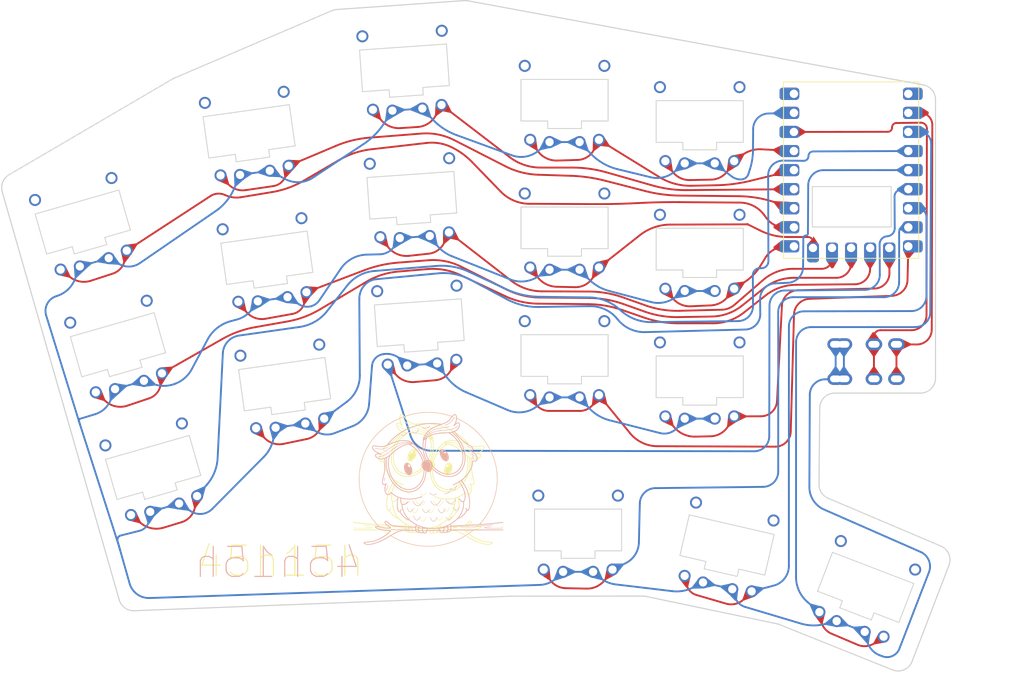
<source format=kicad_pcb>
(kicad_pcb (version 20221018) (generator pcbnew)
  (title_block (title "mini") (rev "v1.0.0") (company "Unknown"))
  (layers (0 "F.Cu" signal) (31 "B.Cu" signal) (34 "B.Paste" user) (35 "F.Paste" user) (36 "B.SilkS" user "B.Silkscreen") (37 "F.SilkS" user "F.Silkscreen") (38 "B.Mask" user) (39 "F.Mask" user) (44 "Edge.Cuts" user))
  (net 0 "")
  (net 1 "GP3")
  (net 2 "GND")
  (net 3 "GP10")
  (net 4 "GP15")
  (net 5 "GP4")
  (net 6 "GP11")
  (net 7 "GP26")
  (net 8 "GP5")
  (net 9 "GP12")
  (net 10 "GP27")
  (net 11 "GP8")
  (net 12 "GP13")
  (net 13 "GP28")
  (net 14 "GP9")
  (net 15 "GP14")
  (net 16 "GP29")
  (net 17 "GP7")
  (net 18 "GP6")
  (net 19 "GP2")
  (net 20 "P3V3")
  (net 21 "GP1")
  (net 22 "P5V")
  (net 23 "GP0")
  (footprint "lib:Kailh_PG1232" (layer "F.Cu") (at 194.7856 115.9711 -21)
    (fp_text reference "S18" hide)
    (fp_text value "Kailh_PG1232")
    (fp_line (start -5.8 -2.95) (end 5.8 -2.95) (stroke (width 0.12)) (layer "Edge.Cuts"))
    (fp_line (start -5.8 2.6) (end -5.8 -2.95) (stroke (width 0.12)) (layer "Edge.Cuts"))
    (fp_line (start -2.25 2.6) (end -5.8 2.6) (stroke (width 0.12)) (layer "Edge.Cuts"))
    (fp_line (start -2.25 2.6) (end -2.25 3.6) (stroke (width 0.12)) (layer "Edge.Cuts"))
    (fp_line (start -2.25 3.6) (end 2.25 3.6) (stroke (width 0.12)) (layer "Edge.Cuts"))
    (fp_line (start 2.25 2.6) (end 5.8 2.6) (stroke (width 0.12)) (layer "Edge.Cuts"))
    (fp_line (start 2.25 3.6) (end 2.25 2.6) (stroke (width 0.12)) (layer "Edge.Cuts"))
    (fp_line (start 5.8 -2.95) (end 5.8 2.6) (stroke (width 0.12)) (layer "Edge.Cuts"))
  )
  (footprint "lib:Kailh_PG1232" (layer "F.Cu") (at 135.4088 80.7306 4)
    (fp_text reference "S7" hide)
    (fp_text value "Kailh_PG1232")
    (fp_line (start -5.8 -2.95) (end 5.8 -2.95) (stroke (width 0.12)) (layer "Edge.Cuts"))
    (fp_line (start -5.8 2.6) (end -5.8 -2.95) (stroke (width 0.12)) (layer "Edge.Cuts"))
    (fp_line (start -2.25 2.6) (end -5.8 2.6) (stroke (width 0.12)) (layer "Edge.Cuts"))
    (fp_line (start -2.25 2.6) (end -2.25 3.6) (stroke (width 0.12)) (layer "Edge.Cuts"))
    (fp_line (start -2.25 3.6) (end 2.25 3.6) (stroke (width 0.12)) (layer "Edge.Cuts"))
    (fp_line (start 2.25 2.6) (end 5.8 2.6) (stroke (width 0.12)) (layer "Edge.Cuts"))
    (fp_line (start 2.25 3.6) (end 2.25 2.6) (stroke (width 0.12)) (layer "Edge.Cuts"))
    (fp_line (start 5.8 -2.95) (end 5.8 2.6) (stroke (width 0.12)) (layer "Edge.Cuts"))
  )
  (footprint "lib:Kailh_PG1232" (layer "F.Cu") (at 154.7466 68.1004)
    (fp_text reference "S11" hide)
    (fp_text value "Kailh_PG1232")
    (fp_line (start -5.8 -2.95) (end 5.8 -2.95) (stroke (width 0.12)) (layer "Edge.Cuts"))
    (fp_line (start -5.8 2.6) (end -5.8 -2.95) (stroke (width 0.12)) (layer "Edge.Cuts"))
    (fp_line (start -2.25 2.6) (end -5.8 2.6) (stroke (width 0.12)) (layer "Edge.Cuts"))
    (fp_line (start -2.25 2.6) (end -2.25 3.6) (stroke (width 0.12)) (layer "Edge.Cuts"))
    (fp_line (start -2.25 3.6) (end 2.25 3.6) (stroke (width 0.12)) (layer "Edge.Cuts"))
    (fp_line (start 2.25 2.6) (end 5.8 2.6) (stroke (width 0.12)) (layer "Edge.Cuts"))
    (fp_line (start 2.25 3.6) (end 2.25 2.6) (stroke (width 0.12)) (layer "Edge.Cuts"))
    (fp_line (start 5.8 -2.95) (end 5.8 2.6) (stroke (width 0.12)) (layer "Edge.Cuts"))
  )
  (footprint "lib:Kailh_PG1232" (layer "F.Cu") (at 156.5466 108.3338)
    (fp_text reference "S16" hide)
    (fp_text value "Kailh_PG1232")
    (fp_line (start -5.8 -2.95) (end 5.8 -2.95) (stroke (width 0.12)) (layer "Edge.Cuts"))
    (fp_line (start -5.8 2.6) (end -5.8 -2.95) (stroke (width 0.12)) (layer "Edge.Cuts"))
    (fp_line (start -2.25 2.6) (end -5.8 2.6) (stroke (width 0.12)) (layer "Edge.Cuts"))
    (fp_line (start -2.25 2.6) (end -2.25 3.6) (stroke (width 0.12)) (layer "Edge.Cuts"))
    (fp_line (start -2.25 3.6) (end 2.25 3.6) (stroke (width 0.12)) (layer "Edge.Cuts"))
    (fp_line (start 2.25 2.6) (end 5.8 2.6) (stroke (width 0.12)) (layer "Edge.Cuts"))
    (fp_line (start 2.25 3.6) (end 2.25 2.6) (stroke (width 0.12)) (layer "Edge.Cuts"))
    (fp_line (start 5.8 -2.95) (end 5.8 2.6) (stroke (width 0.12)) (layer "Edge.Cuts"))
  )
  (footprint "lib:Kailh_PG1232" (layer "F.Cu") (at 117.4881 88.9157 8)
    (fp_text reference "S4" hide)
    (fp_text value "Kailh_PG1232")
    (fp_line (start -5.8 -2.95) (end 5.8 -2.95) (stroke (width 0.12)) (layer "Edge.Cuts"))
    (fp_line (start -5.8 2.6) (end -5.8 -2.95) (stroke (width 0.12)) (layer "Edge.Cuts"))
    (fp_line (start -2.25 2.6) (end -5.8 2.6) (stroke (width 0.12)) (layer "Edge.Cuts"))
    (fp_line (start -2.25 2.6) (end -2.25 3.6) (stroke (width 0.12)) (layer "Edge.Cuts"))
    (fp_line (start -2.25 3.6) (end 2.25 3.6) (stroke (width 0.12)) (layer "Edge.Cuts"))
    (fp_line (start 2.25 2.6) (end 5.8 2.6) (stroke (width 0.12)) (layer "Edge.Cuts"))
    (fp_line (start 2.25 3.6) (end 2.25 2.6) (stroke (width 0.12)) (layer "Edge.Cuts"))
    (fp_line (start 5.8 -2.95) (end 5.8 2.6) (stroke (width 0.12)) (layer "Edge.Cuts"))
  )
  (footprint "lib:Kailh_PG1232" (layer "F.Cu") (at 115.1222 72.0811 8)
    (fp_text reference "S5" hide)
    (fp_text value "Kailh_PG1232")
    (fp_line (start -5.8 -2.95) (end 5.8 -2.95) (stroke (width 0.12)) (layer "Edge.Cuts"))
    (fp_line (start -5.8 2.6) (end -5.8 -2.95) (stroke (width 0.12)) (layer "Edge.Cuts"))
    (fp_line (start -2.25 2.6) (end -5.8 2.6) (stroke (width 0.12)) (layer "Edge.Cuts"))
    (fp_line (start -2.25 2.6) (end -2.25 3.6) (stroke (width 0.12)) (layer "Edge.Cuts"))
    (fp_line (start -2.25 3.6) (end 2.25 3.6) (stroke (width 0.12)) (layer "Edge.Cuts"))
    (fp_line (start 2.25 2.6) (end 5.8 2.6) (stroke (width 0.12)) (layer "Edge.Cuts"))
    (fp_line (start 2.25 3.6) (end 2.25 2.6) (stroke (width 0.12)) (layer "Edge.Cuts"))
    (fp_line (start 5.8 -2.95) (end 5.8 2.6) (stroke (width 0.12)) (layer "Edge.Cuts"))
  )
  (footprint "lib:Kailh_PG1232" (layer "F.Cu") (at 154.7466 85.1004)
    (fp_text reference "S10" hide)
    (fp_text value "Kailh_PG1232")
    (fp_line (start -5.8 -2.95) (end 5.8 -2.95) (stroke (width 0.12)) (layer "Edge.Cuts"))
    (fp_line (start -5.8 2.6) (end -5.8 -2.95) (stroke (width 0.12)) (layer "Edge.Cuts"))
    (fp_line (start -2.25 2.6) (end -5.8 2.6) (stroke (width 0.12)) (layer "Edge.Cuts"))
    (fp_line (start -2.25 2.6) (end -2.25 3.6) (stroke (width 0.12)) (layer "Edge.Cuts"))
    (fp_line (start -2.25 3.6) (end 2.25 3.6) (stroke (width 0.12)) (layer "Edge.Cuts"))
    (fp_line (start 2.25 2.6) (end 5.8 2.6) (stroke (width 0.12)) (layer "Edge.Cuts"))
    (fp_line (start 2.25 3.6) (end 2.25 2.6) (stroke (width 0.12)) (layer "Edge.Cuts"))
    (fp_line (start 5.8 -2.95) (end 5.8 2.6) (stroke (width 0.12)) (layer "Edge.Cuts"))
  )
  (footprint "lib:Kailh_PG1232" (layer "F.Cu") (at 112.7563 55.2466 8)
    (fp_text reference "S6" hide)
    (fp_text value "Kailh_PG1232")
    (fp_line (start -5.8 -2.95) (end 5.8 -2.95) (stroke (width 0.12)) (layer "Edge.Cuts"))
    (fp_line (start -5.8 2.6) (end -5.8 -2.95) (stroke (width 0.12)) (layer "Edge.Cuts"))
    (fp_line (start -2.25 2.6) (end -5.8 2.6) (stroke (width 0.12)) (layer "Edge.Cuts"))
    (fp_line (start -2.25 2.6) (end -2.25 3.6) (stroke (width 0.12)) (layer "Edge.Cuts"))
    (fp_line (start -2.25 3.6) (end 2.25 3.6) (stroke (width 0.12)) (layer "Edge.Cuts"))
    (fp_line (start 2.25 2.6) (end 5.8 2.6) (stroke (width 0.12)) (layer "Edge.Cuts"))
    (fp_line (start 2.25 3.6) (end 2.25 2.6) (stroke (width 0.12)) (layer "Edge.Cuts"))
    (fp_line (start 5.8 -2.95) (end 5.8 2.6) (stroke (width 0.12)) (layer "Edge.Cuts"))
  )
  (footprint "lib:Kailh_PG1232" (layer "F.Cu") (at 172.7466 87.9338)
    (fp_text reference "S13" hide)
    (fp_text value "Kailh_PG1232")
    (fp_line (start -5.8 -2.95) (end 5.8 -2.95) (stroke (width 0.12)) (layer "Edge.Cuts"))
    (fp_line (start -5.8 2.6) (end -5.8 -2.95) (stroke (width 0.12)) (layer "Edge.Cuts"))
    (fp_line (start -2.25 2.6) (end -5.8 2.6) (stroke (width 0.12)) (layer "Edge.Cuts"))
    (fp_line (start -2.25 2.6) (end -2.25 3.6) (stroke (width 0.12)) (layer "Edge.Cuts"))
    (fp_line (start -2.25 3.6) (end 2.25 3.6) (stroke (width 0.12)) (layer "Edge.Cuts"))
    (fp_line (start 2.25 2.6) (end 5.8 2.6) (stroke (width 0.12)) (layer "Edge.Cuts"))
    (fp_line (start 2.25 3.6) (end 2.25 2.6) (stroke (width 0.12)) (layer "Edge.Cuts"))
    (fp_line (start 5.8 -2.95) (end 5.8 2.6) (stroke (width 0.12)) (layer "Edge.Cuts"))
  )
  (footprint "lib:Kailh_PG1232" (layer "F.Cu") (at 90.6283 67.3171 16)
    (fp_text reference "S3" hide)
    (fp_text value "Kailh_PG1232")
    (fp_line (start -5.8 -2.95) (end 5.8 -2.95) (stroke (width 0.12)) (layer "Edge.Cuts"))
    (fp_line (start -5.8 2.6) (end -5.8 -2.95) (stroke (width 0.12)) (layer "Edge.Cuts"))
    (fp_line (start -2.25 2.6) (end -5.8 2.6) (stroke (width 0.12)) (layer "Edge.Cuts"))
    (fp_line (start -2.25 2.6) (end -2.25 3.6) (stroke (width 0.12)) (layer "Edge.Cuts"))
    (fp_line (start -2.25 3.6) (end 2.25 3.6) (stroke (width 0.12)) (layer "Edge.Cuts"))
    (fp_line (start 2.25 2.6) (end 5.8 2.6) (stroke (width 0.12)) (layer "Edge.Cuts"))
    (fp_line (start 2.25 3.6) (end 2.25 2.6) (stroke (width 0.12)) (layer "Edge.Cuts"))
    (fp_line (start 5.8 -2.95) (end 5.8 2.6) (stroke (width 0.12)) (layer "Edge.Cuts"))
  )
  (footprint "TRRS-PJ-320A-dual" (layer "F.Cu") (at 202.1466 88.0338 -90)
    (fp_text reference "TRRS1")
    (fp_text value "TRRS-PJ-320A-dual")
  )
  (footprint "lib:Kailh_PG1232" (layer "F.Cu") (at 133.4361 46.7856 4)
    (fp_text reference "S9" hide)
    (fp_text value "Kailh_PG1232")
    (fp_line (start -5.8 -2.95) (end 5.8 -2.95) (stroke (width 0.12)) (layer "Edge.Cuts"))
    (fp_line (start -5.8 2.6) (end -5.8 -2.95) (stroke (width 0.12)) (layer "Edge.Cuts"))
    (fp_line (start -2.25 2.6) (end -5.8 2.6) (stroke (width 0.12)) (layer "Edge.Cuts"))
    (fp_line (start -2.25 2.6) (end -2.25 3.6) (stroke (width 0.12)) (layer "Edge.Cuts"))
    (fp_line (start -2.25 3.6) (end 2.25 3.6) (stroke (width 0.12)) (layer "Edge.Cuts"))
    (fp_line (start 2.25 2.6) (end 5.8 2.6) (stroke (width 0.12)) (layer "Edge.Cuts"))
    (fp_line (start 2.25 3.6) (end 2.25 2.6) (stroke (width 0.12)) (layer "Edge.Cuts"))
    (fp_line (start 5.8 -2.95) (end 5.8 2.6) (stroke (width 0.12)) (layer "Edge.Cuts"))
  )
  (footprint "lib:Kailh_PG1232" (layer "F.Cu") (at 100 100 16)
    (fp_text reference "S1" hide)
    (fp_text value "Kailh_PG1232")
    (fp_line (start -5.8 -2.95) (end 5.8 -2.95) (stroke (width 0.12)) (layer "Edge.Cuts"))
    (fp_line (start -5.8 2.6) (end -5.8 -2.95) (stroke (width 0.12)) (layer "Edge.Cuts"))
    (fp_line (start -2.25 2.6) (end -5.8 2.6) (stroke (width 0.12)) (layer "Edge.Cuts"))
    (fp_line (start -2.25 2.6) (end -2.25 3.6) (stroke (width 0.12)) (layer "Edge.Cuts"))
    (fp_line (start -2.25 3.6) (end 2.25 3.6) (stroke (width 0.12)) (layer "Edge.Cuts"))
    (fp_line (start 2.25 2.6) (end 5.8 2.6) (stroke (width 0.12)) (layer "Edge.Cuts"))
    (fp_line (start 2.25 3.6) (end 2.25 2.6) (stroke (width 0.12)) (layer "Edge.Cuts"))
    (fp_line (start 5.8 -2.95) (end 5.8 2.6) (stroke (width 0.12)) (layer "Edge.Cuts"))
  )
  (footprint "lib:Kailh_PG1232" (layer "F.Cu") (at 95.3142 83.6586 16)
    (fp_text reference "S2" hide)
    (fp_text value "Kailh_PG1232")
    (fp_line (start -5.8 -2.95) (end 5.8 -2.95) (stroke (width 0.12)) (layer "Edge.Cuts"))
    (fp_line (start -5.8 2.6) (end -5.8 -2.95) (stroke (width 0.12)) (layer "Edge.Cuts"))
    (fp_line (start -2.25 2.6) (end -5.8 2.6) (stroke (width 0.12)) (layer "Edge.Cuts"))
    (fp_line (start -2.25 2.6) (end -2.25 3.6) (stroke (width 0.12)) (layer "Edge.Cuts"))
    (fp_line (start -2.25 3.6) (end 2.25 3.6) (stroke (width 0.12)) (layer "Edge.Cuts"))
    (fp_line (start 2.25 2.6) (end 5.8 2.6) (stroke (width 0.12)) (layer "Edge.Cuts"))
    (fp_line (start 2.25 3.6) (end 2.25 2.6) (stroke (width 0.12)) (layer "Edge.Cuts"))
    (fp_line (start 5.8 -2.95) (end 5.8 2.6) (stroke (width 0.12)) (layer "Edge.Cuts"))
  )
  (footprint "RP2040-Zero" (layer "F.Cu") (at 182.7466 72.9338)
    (fp_text reference "RP2040Zero1")
    (fp_text value "")
    (fp_line (start 5 -5.13) (end 5 -10.5) (stroke (width 0.12)) (layer "Edge.Cuts"))
    (fp_line (start 5 -5.13) (end 15.5 -5.13) (stroke (width 0.12)) (layer "Edge.Cuts"))
    (fp_line (start 15.5 -10.5) (end 5 -10.5) (stroke (width 0.12)) (layer "Edge.Cuts"))
    (fp_line (start 15.5 -10.5) (end 15.5 -5.13) (stroke (width 0.12)) (layer "Edge.Cuts"))
  )
  (footprint "lib:Kailh_PG1232" (layer "F.Cu") (at 134.4224 63.7581 4)
    (fp_text reference "S8" hide)
    (fp_text value "Kailh_PG1232")
    (fp_line (start -5.8 -2.95) (end 5.8 -2.95) (stroke (width 0.12)) (layer "Edge.Cuts"))
    (fp_line (start -5.8 2.6) (end -5.8 -2.95) (stroke (width 0.12)) (layer "Edge.Cuts"))
    (fp_line (start -2.25 2.6) (end -5.8 2.6) (stroke (width 0.12)) (layer "Edge.Cuts"))
    (fp_line (start -2.25 2.6) (end -2.25 3.6) (stroke (width 0.12)) (layer "Edge.Cuts"))
    (fp_line (start -2.25 3.6) (end 2.25 3.6) (stroke (width 0.12)) (layer "Edge.Cuts"))
    (fp_line (start 2.25 2.6) (end 5.8 2.6) (stroke (width 0.12)) (layer "Edge.Cuts"))
    (fp_line (start 2.25 3.6) (end 2.25 2.6) (stroke (width 0.12)) (layer "Edge.Cuts"))
    (fp_line (start 5.8 -2.95) (end 5.8 2.6) (stroke (width 0.12)) (layer "Edge.Cuts"))
  )
  (footprint "mini:owl" (layer "F.Cu") (at 136.580049 101.368438)
    (fp_text reference "G***" hide)
    (fp_text value "LOGO" hide)
  )
  (footprint "lib:Kailh_PG1232" (layer "F.Cu") (at 172.7466 53.9338)
    (fp_text reference "S15" hide)
    (fp_text value "Kailh_PG1232")
    (fp_line (start -5.8 -2.95) (end 5.8 -2.95) (stroke (width 0.12)) (layer "Edge.Cuts"))
    (fp_line (start -5.8 2.6) (end -5.8 -2.95) (stroke (width 0.12)) (layer "Edge.Cuts"))
    (fp_line (start -2.25 2.6) (end -5.8 2.6) (stroke (width 0.12)) (layer "Edge.Cuts"))
    (fp_line (start -2.25 2.6) (end -2.25 3.6) (stroke (width 0.12)) (layer "Edge.Cuts"))
    (fp_line (start -2.25 3.6) (end 2.25 3.6) (stroke (width 0.12)) (layer "Edge.Cuts"))
    (fp_line (start 2.25 2.6) (end 5.8 2.6) (stroke (width 0.12)) (layer "Edge.Cuts"))
    (fp_line (start 2.25 3.6) (end 2.25 2.6) (stroke (width 0.12)) (layer "Edge.Cuts"))
    (fp_line (start 5.8 -2.95) (end 5.8 2.6) (stroke (width 0.12)) (layer "Edge.Cuts"))
  )
  (footprint "lib:Kailh_PG1232" (layer "F.Cu") (at 154.7466 51.1004)
    (fp_text reference "S12" hide)
    (fp_text value "Kailh_PG1232")
    (fp_line (start -5.8 -2.95) (end 5.8 -2.95) (stroke (width 0.12)) (layer "Edge.Cuts"))
    (fp_line (start -5.8 2.6) (end -5.8 -2.95) (stroke (width 0.12)) (layer "Edge.Cuts"))
    (fp_line (start -2.25 2.6) (end -5.8 2.6) (stroke (width 0.12)) (layer "Edge.Cuts"))
    (fp_line (start -2.25 2.6) (end -2.25 3.6) (stroke (width 0.12)) (layer "Edge.Cuts"))
    (fp_line (start -2.25 3.6) (end 2.25 3.6) (stroke (width 0.12)) (layer "Edge.Cuts"))
    (fp_line (start 2.25 2.6) (end 5.8 2.6) (stroke (width 0.12)) (layer "Edge.Cuts"))
    (fp_line (start 2.25 3.6) (end 2.25 2.6) (stroke (width 0.12)) (layer "Edge.Cuts"))
    (fp_line (start 5.8 -2.95) (end 5.8 2.6) (stroke (width 0.12)) (layer "Edge.Cuts"))
  )
  (footprint "lib:Kailh_PG1232" (layer "F.Cu") (at 172.7466 70.9338)
    (fp_text reference "S14" hide)
    (fp_text value "Kailh_PG1232")
    (fp_line (start -5.8 -2.95) (end 5.8 -2.95) (stroke (width 0.12)) (layer "Edge.Cuts"))
    (fp_line (start -5.8 2.6) (end -5.8 -2.95) (stroke (width 0.12)) (layer "Edge.Cuts"))
    (fp_line (start -2.25 2.6) (end -5.8 2.6) (stroke (width 0.12)) (layer "Edge.Cuts"))
    (fp_line (start -2.25 2.6) (end -2.25 3.6) (stroke (width 0.12)) (layer "Edge.Cuts"))
    (fp_line (start -2.25 3.6) (end 2.25 3.6) (stroke (width 0.12)) (layer "Edge.Cuts"))
    (fp_line (start 2.25 2.6) (end 5.8 2.6) (stroke (width 0.12)) (layer "Edge.Cuts"))
    (fp_line (start 2.25 3.6) (end 2.25 2.6) (stroke (width 0.12)) (layer "Edge.Cuts"))
    (fp_line (start 5.8 -2.95) (end 5.8 2.6) (stroke (width 0.12)) (layer "Edge.Cuts"))
  )
  (footprint "lib:Kailh_PG1232" (layer "F.Cu") (at 176.3466 110.3338 -13)
    (fp_text reference "S17" hide)
    (fp_text value "Kailh_PG1232")
    (fp_line (start -5.8 -2.95) (end 5.8 -2.95) (stroke (width 0.12)) (layer "Edge.Cuts"))
    (fp_line (start -5.8 2.6) (end -5.8 -2.95) (stroke (width 0.12)) (layer "Edge.Cuts"))
    (fp_line (start -2.25 2.6) (end -5.8 2.6) (stroke (width 0.12)) (layer "Edge.Cuts"))
    (fp_line (start -2.25 2.6) (end -2.25 3.6) (stroke (width 0.12)) (layer "Edge.Cuts"))
    (fp_line (start -2.25 3.6) (end 2.25 3.6) (stroke (width 0.12)) (layer "Edge.Cuts"))
    (fp_line (start 2.25 2.6) (end 5.8 2.6) (stroke (width 0.12)) (layer "Edge.Cuts"))
    (fp_line (start 2.25 3.6) (end 2.25 2.6) (stroke (width 0.12)) (layer "Edge.Cuts"))
    (fp_line (start 5.8 -2.95) (end 5.8 2.6) (stroke (width 0.12)) (layer "Edge.Cuts"))
  )
  (footprint "mini:owl" (layer "B.Cu") (at 136.580049 101.368438 180)
    (fp_text reference "G***" hide)
    (fp_text value "LOGO" hide)
  )
  (gr_line (start 189.849113 103.939111) (end 204.855185 110.301539) (stroke (width 0.15)) (layer "Edge.Cuts"))
  (gr_arc (start 204.855185 110.301539) (mid 205.915328 111.361029) (end 205.941639 112.859605) (stroke (width 0.15)) (layer "Edge.Cuts"))
  (gr_line (start 147.508772 116.980215) (end 97.43712 118.912941) (stroke (width 0.15)) (layer "Edge.Cuts"))
  (gr_arc (start 97.43712 118.912941) (mid 96.187382 118.53462) (end 95.437455 117.465704) (stroke (width 0.15)) (layer "Edge.Cuts"))
  (gr_arc (start 204.146574 87.933756) (mid 203.560788 89.34797) (end 202.146574 89.933756) (stroke (width 0.15)) (layer "Edge.Cuts"))
  (gr_arc (start 123.75061 39.003133) (mid 124.067763 38.897766) (end 124.398033 38.846681) (stroke (width 0.15)) (layer "Edge.Cuts"))
  (gr_line (start 141.867707 37.688572) (end 202.509594 48.881609) (stroke (width 0.15)) (layer "Edge.Cuts"))
  (gr_line (start 95.437455 117.465704) (end 79.855985 63.126659) (stroke (width 0.15)) (layer "Edge.Cuts"))
  (gr_arc (start 165.166047 116.965488) (mid 165.372457 116.976011) (end 165.576678 117.00778) (stroke (width 0.15)) (layer "Edge.Cuts"))
  (gr_line (start 202.146574 89.933756) (end 190.727454 89.933756) (stroke (width 0.15)) (layer "Edge.Cuts"))
  (gr_arc (start 201.029244 125.656831) (mid 199.961868 126.773219) (end 198.417498 126.796325) (stroke (width 0.15)) (layer "Edge.Cuts"))
  (gr_line (start 188.727547 91.914545) (end 188.629912 102.07857) (stroke (width 0.15)) (layer "Edge.Cuts"))
  (gr_line (start 124.398033 38.846681) (end 141.365174 37.660222) (stroke (width 0.15)) (layer "Edge.Cuts"))
  (gr_line (start 204.146574 50.848387) (end 204.146574 87.933756) (stroke (width 0.15)) (layer "Edge.Cuts"))
  (gr_line (start 80.767806 60.849557) (end 102.545579 48.095767) (stroke (width 0.15)) (layer "Edge.Cuts"))
  (gr_arc (start 147.508772 116.980216) (mid 147.546582 116.979115) (end 147.584407 116.978728) (stroke (width 0.15)) (layer "Edge.Cuts"))
  (gr_arc (start 183.02038 120.653194) (mid 183.190338 120.69657) (end 183.355841 120.754671) (stroke (width 0.15)) (layer "Edge.Cuts"))
  (gr_arc (start 102.545579 48.095767) (mid 102.655693 48.035834) (end 102.769345 47.982918) (stroke (width 0.15)) (layer "Edge.Cuts"))
  (gr_arc (start 189.849114 103.939112) (mid 188.956991 103.193976) (end 188.629912 102.07857) (stroke (width 0.15)) (layer "Edge.Cuts"))
  (gr_arc (start 79.855984 63.126659) (mid 79.92183 61.831914) (end 80.767806 60.849557) (stroke (width 0.15)) (layer "Edge.Cuts"))
  (gr_line (start 198.417498 126.796325) (end 183.355841 120.754671) (stroke (width 0.15)) (layer "Edge.Cuts"))
  (gr_arc (start 141.365174 37.660222) (mid 141.617336 37.658525) (end 141.867707 37.688572) (stroke (width 0.15)) (layer "Edge.Cuts"))
  (gr_arc (start 188.727546 91.914545) (mid 189.320049 90.512766) (end 190.727454 89.933756) (stroke (width 0.15)) (layer "Edge.Cuts"))
  (gr_line (start 165.166047 116.965487) (end 147.584407 116.978728) (stroke (width 0.15)) (layer "Edge.Cuts"))
  (gr_line (start 102.769345 47.982918) (end 123.750609 39.003132) (stroke (width 0.15)) (layer "Edge.Cuts"))
  (gr_line (start 205.941639 112.859605) (end 201.029245 125.656831) (stroke (width 0.15)) (layer "Edge.Cuts"))
  (gr_arc (start 202.509594 48.881609) (mid 203.683786 49.568942) (end 204.146574 50.848387) (stroke (width 0.15)) (layer "Edge.Cuts"))
  (gr_line (start 183.02038 120.653194) (end 165.576678 117.00778) (stroke (width 0.15)) (layer "Edge.Cuts"))
  (gr_text "45h15h" (at 127.864923 114.839504) (layer "B.SilkS") (effects (font (size 4 4)) (justify left bottom mirror)))
  (gr_text "45h15h" (at 105.584477 114.675677) (layer "F.SilkS") (effects (font (size 4 4)) (justify left bottom)))
  (segment (start 101.328069 107.854501) (end 103.740582 107.122615) (width 0.25) (layer "F.Cu") (net 1))
  (segment (start 105.513837 105.157009) (end 105.808329 103.640016) (width 0.25) (layer "F.Cu") (net 1))
  (segment (start 98.338998 107.260451) (end 97.003172 106.164854) (width 0.25) (layer "F.Cu") (net 1))
  (arc (start 105.513837 105.157009) (mid 104.9004 106.386269) (end 103.740582 107.122615) (width 0.25) (layer "F.Cu") (net 1))
  (arc (start 98.338998 107.260451) (mid 99.759155 107.931724) (end 101.328069 107.854501) (width 0.25) (layer "F.Cu") (net 1))
  (segment (start 157.981218 77.186565) (end 151.397586 77.104628) (width 0.25) (layer "B.Cu") (net 1))
  (segment (start 107.12597 102.111576) (end 105.808329 103.640016) (width 0.25) (layer "B.Cu") (net 1))
  (segment (start 187.85272 57.746384) (end 200.5266 57.6938) (width 0.25) (layer "B.Cu") (net 1))
  (segment (start 162.33961 79.021607) (end 161.970443 78.701962) (width 0.25) (layer "B.Cu") (net 1))
  (segment (start 183.845764 58.971207) (end 186.601373 58.994962) (width 0.25) (layer "B.Cu") (net 1))
  (segment (start 123.109508 79.026688) (end 125.793572 75.614742) (width 0.25) (layer "B.Cu") (net 1))
  (segment (start 109.235227 84.635969) (end 108.54366 98.567623) (width 0.25) (layer "B.Cu") (net 1))
  (segment (start 166.320174 80.478905) (end 177.855793 80.34359) (width 0.25) (layer "B.Cu") (net 1))
  (segment (start 179.844819 78.317983) (end 179.818286 74.231833) (width 0.25) (layer "B.Cu") (net 1))
  (segment (start 137.654008 72.998565) (end 129.419749 73.668066) (width 0.25) (layer "B.Cu") (net 1))
  (segment (start 146.981682 76.095446) (end 142.038125 73.78678) (width 0.25) (layer "B.Cu") (net 1))
  (segment (start 181.857147 60.949084) (end 181.893738 72.365134) (width 0.25) (layer "B.Cu") (net 1))
  (segment (start 111.392618 82.270912) (end 119.476428 81.120407) (width 0.25) (layer "B.Cu") (net 1))
  (arc (start 108.54366 98.567623) (mid 108.130724 100.457972) (end 107.12597 102.111576) (width 0.25) (layer "B.Cu") (net 1))
  (arc (start 129.419749 73.668066) (mid 127.403493 74.262954) (end 125.793572 75.614742) (width 0.25) (layer "B.Cu") (net 1))
  (arc (start 162.33961 79.021607) (mid 164.196292 80.11518) (end 166.320174 80.478905) (width 0.25) (layer "B.Cu") (net 1))
  (arc (start 183.845764 58.971207) (mid 182.438394 59.544841) (end 181.857147 60.949084) (width 0.25) (layer "B.Cu") (net 1))
  (arc (start 111.392618 82.270912) (mid 109.889013 83.06584) (end 109.235227 84.635969) (width 0.25) (layer "B.Cu") (net 1))
  (arc (start 123.109508 79.026688) (mid 121.495078 80.424254) (end 119.476428 81.120407) (width 0.25) (layer "B.Cu") (net 1))
  (arc (start 142.038125 73.78678) (mid 139.897394 73.107185) (end 137.654008 72.998565) (width 0.25) (layer "B.Cu") (net 1))
  (arc (start 180.854287 73.298492) (mid 181.58307 73.064634) (end 181.893738 72.365134) (width 0.25) (layer "B.Cu") (net 1))
  (arc (start 157.981218 77.186565) (mid 160.110029 77.590991) (end 161.970443 78.701962) (width 0.25) (layer "B.Cu") (net 1))
  (arc (start 180.854287 73.298492) (mid 180.126771 73.532602) (end 179.818286 74.231833) (width 0.25) (layer "B.Cu") (net 1))
  (arc (start 179.844819 78.317983) (mid 179.26827 79.741203) (end 177.855793 80.34359) (width 0.25) (layer "B.Cu") (net 1))
  (arc (start 186.601373 58.994962) (mid 187.043456 58.815185) (end 187.227038 58.374668) (width 0.25) (layer "B.Cu") (net 1))
  (arc (start 187.85272 57.746384) (mid 187.410138 57.931322) (end 187.227038 58.374668) (width 0.25) (layer "B.Cu") (net 1))
  (arc (start 146.981682 76.095446) (mid 149.135887 76.835217) (end 151.397586 77.104628) (width 0.25) (layer "B.Cu") (net 1))
  (segment (start 194.717574 121.72917) (end 195.077361 123.042333) (width 0.25) (layer "B.Cu") (net 2))
  (segment (start 126.53569 94.324566) (end 124.1295 95.260307) (width 0.25) (layer "B.Cu") (net 2))
  (segment (start 166.205943 61.184533) (end 161.841498 60.122911) (width 0.25) (layer "B.Cu") (net 2))
  (segment (start 189.389703 120.69523) (end 190.983252 120.295698) (width 0.25) (layer "B.Cu") (net 2))
  (segment (start 137.156311 53.464224) (end 135.807913 52.032933) (width 0.25) (layer "B.Cu") (net 2))
  (segment (start 115.488371 60.315701) (end 117.501914 61.406276) (width 0.25) (layer "B.Cu") (net 2))
  (segment (start 98.725165 88.298138) (end 100.1101 88.761138) (width 0.25) (layer "B.Cu") (net 2))
  (segment (start 161.561104 115.412015) (end 169.107955 116.31045) (width 0.25) (layer "B.Cu") (net 2))
  (segment (start 156.7466 73.5004) (end 157.916347 74.704135) (width 0.25) (layer "B.Cu") (net 2))
  (segment (start 179.861224 54.756351) (end 179.840094 57.566628) (width 0.25) (layer "B.Cu") (net 2))
  (segment (start 203.276472 113.777565) (end 199.338851 123.969053) (width 0.25) (layer "B.Cu") (net 2))
  (segment (start 90.205312 94.084237) (end 95.196157 109.651095) (width 0.25) (layer "B.Cu") (net 2))
  (segment (start 154.5466 113.7338) (end 153.632252 114.583201) (width 0.25) (layer "B.Cu") (net 2))
  (segment (start 111.111474 80.132199) (end 110.284397 80.354874) (width 0.25) (layer "B.Cu") (net 2))
  (segment (start 131.817657 52.311959) (end 135.807913 52.032933) (width 0.25) (layer "B.Cu") (net 2))
  (segment (start 132.803957 69.284459) (end 136.794213 69.005433) (width 0.25) (layer "B.Cu") (net 2))
  (segment (start 95.442289 72.74887) (end 94.039265 71.956638) (width 0.25) (layer "B.Cu") (net 2))
  (segment (start 141.631178 89.815739) (end 147.15702 92.183957) (width 0.25) (layer "B.Cu") (net 2))
  (segment (start 98.725165 88.298138) (end 94.880118 89.400688) (width 0.25) (layer "B.Cu") (net 2))
  (segment (start 130.139408 71.446352) (end 128.393008 71.492228) (width 0.25) (layer "B.Cu") (net 2))
  (segment (start 103.410965 104.639538) (end 99.565918 105.742088) (width 0.25) (layer "B.Cu") (net 2))
  (segment (start 121.44287 61.098091) (end 121.228643 61.240133) (width 0.25) (layer "B.Cu") (net 2))
  (segment (start 90.205312 94.084237) (end 90.063976 93.643398) (width 0.25) (layer "B.Cu") (net 2))
  (segment (start 98.173703 72.629241) (end 108.290223 65.68485) (width 0.25) (layer "B.Cu") (net 2))
  (segment (start 152.7466 73.5004) (end 156.7466 73.5004) (width 0.25) (layer "B.Cu") (net 2))
  (segment (start 158.5466 113.7338) (end 154.5466 113.7338) (width 0.25) (layer "B.Cu") (net 2))
  (segment (start 152.7466 73.5004) (end 151.040835 74.509911) (width 0.25) (layer "B.Cu") (net 2))
  (segment (start 170.7466 59.3338) (end 169.351142 60.471973) (width 0.25) (layer "B.Cu") (net 2))
  (segment (start 176.985503 61.059482) (end 174.7466 59.3338) (width 0.25) (layer "B.Cu") (net 2))
  (segment (start 95.558758 110.850297) (end 96.817737 115.27843) (width 0.25) (layer "B.Cu") (net 2))
  (segment (start 105.09776 86.743855) (end 107.194459 82.812545) (width 0.25) (layer "B.Cu") (net 2))
  (segment (start 98.149453 108.266278) (end 95.652555 108.890502) (width 0.25) (layer "B.Cu") (net 2))
  (segment (start 130.558147 84.754923) (end 130.657577 84.739015) (width 0.25) (layer "B.Cu") (net 2))
  (segment (start 110.734459 62.71183) (end 111.527299 60.872394) (width 0.25) (layer "B.Cu") (net 2))
  (segment (start 194.717574 121.72917) (end 190.983252 120.295698) (width 0.25) (layer "B.Cu") (net 2))
  (segment (start 125.348616 58.508411) (end 127.953949 56.780963) (width 0.25) (layer "B.Cu") (net 2))
  (segment (start 173.183124 115.145496) (end 177.080604 116.0453) (width 0.25) (layer "B.Cu") (net 2))
  (segment (start 103.410965 104.639538) (end 104.962417 105.658147) (width 0.25) (layer "B.Cu") (net 2))
  (segment (start 129.098346 86.340974) (end 128.715337 91.383923) (width 0.25) (layer "B.Cu") (net 2))
  (segment (start 170.7466 76.3338) (end 174.7466 76.3338) (width 0.25) (layer "B.Cu") (net 2))
  (segment (start 89.555857 74.725599) (end 90.194218 73.059188) (width 0.25) (layer "B.Cu") (net 2))
  (segment (start 124.935743 73.381834) (end 122.085467 77.57807) (width 0.25) (layer "B.Cu") (net 2))
  (segment (start 170.7466 93.3338) (end 174.7466 93.3338) (width 0.25) (layer "B.Cu") (net 2))
  (segment (start 177.423323 117.073603) (end 177.080604 116.0453) (width 0.25) (layer "B.Cu") (net 2))
  (segment (start 133.790357 86.256959) (end 132.852161 85.397476) (width 0.25) (layer "B.Cu") (net 2))
  (segment (start 178.8047 118.411829) (end 186.221871 120.625017) (width 0.25) (layer "B.Cu") (net 2))
  (segment (start 137.780613 85.977933) (end 133.790357 86.256959) (width 0.25) (layer "B.Cu") (net 2))
  (segment (start 156.7466 90.5004) (end 152.7466 90.5004) (width 0.25) (layer "B.Cu") (net 2))
  (segment (start 137.780613 85.977933) (end 138.842746 87.526915) (width 0.25) (layer "B.Cu") (net 2))
  (segment (start 150.9583 91.775008) (end 152.7466 90.5004) (width 0.25) (layer "B.Cu") (net 2))
  (segment (start 99.408428 106.866497) (end 99.565918 105.742088) (width 0.25) (layer "B.Cu") (net 2))
  (segment (start 152.7466 56.5004) (end 151.174936 57.723445) (width 0.25) (layer "B.Cu") (net 2))
  (segment (start 160.70891 76.336539) (end 166.257492 77.802203) (width 0.25) (layer "B.Cu") (net 2))
  (segment (start 90.194218 73.059188) (end 94.039265 71.956638) (width 0.25) (layer "B.Cu") (net 2))
  (segment (start 113.127541 78.751222) (end 113.893199 77.706894) (width 0.25) (layer "B.Cu") (net 2))
  (segment (start 125.348616 58.508411) (end 121.44287 61.098091) (width 0.25) (layer "B.Cu") (net 2))
  (segment (start 92.223558 92.744206) (end 90.21475 93.355583) (width 0.25) (layer "B.Cu") (net 2))
  (segment (start 87.228202 76.967089) (end 87.016629 77.039115) (width 0.25) (layer "B.Cu") (net 2))
  (segment (start 151.470605 115.474544) (end 99.48377 117.222639) (width 0.25) (layer "B.Cu") (net 2))
  (segment (start 90.066058 93.642741) (end 85.71074 79.604041) (width 0.25) (layer "B.Cu") (net 2))
  (segment (start 169.328026 77.286185) (end 170.7466 76.3338) (width 0.25) (layer "B.Cu") (net 2))
  (segment (start 131.817657 52.311959) (end 130.721758 53.992187) (width 0.25) (layer "B.Cu") (net 2))
  (segment (start 202.155865 111.08294) (end 189.307039 105.439062) (width 0.25) (layer "B.Cu") (net 2))
  (segment (start 115.488371 60.315701) (end 111.527299 60.872394) (width 0.25) (layer "B.Cu") (net 2))
  (segment (start 187.405984 90.153021) (end 187.347833 102.423006) (width 0.25) (layer "B.Cu") (net 2))
  (segment (start 189.426658 88.093606) (end 191.9466 88.0338) (width 0.25) (layer "B.Cu") (net 2))
  (segment (start 191.9466 88.0338) (end 191.9466 83.4338) (width 0.25) (layer "B.Cu") (net 2))
  (segment (start 159.460861 114.502313) (end 158.5466 113.7338) (width 0.25) (layer "B.Cu") (net 2))
  (segment (start 114.675389 98.44607) (end 107.820678 105.358873) (width 0.25) (layer "B.Cu") (net 2))
  (segment (start 152.7466 56.5004) (end 156.7466 56.5004) (width 0.25) (layer "B.Cu") (net 2))
  (segment (start 197.072627 124.978534) (end 196.709509 124.840204) (width 0.25) (layer "B.Cu") (net 2))
  (segment (start 102.933294 88.664815) (end 102.856023 88.694866) (width 0.25) (layer "B.Cu") (net 2))
  (segment (start 171.875067 115.814821) (end 173.183124 115.145496) (width 0.25) (layer "B.Cu") (net 2))
  (segment (start 140.35192 55.569747) (end 147.732519 58.263666) (width 0.25) (layer "B.Cu") (net 2))
  (segment (start 169.81335 94.475805) (end 170.7466 93.3338) (width 0.25) (layer "B.Cu") (net 2))
  (segment (start 137.626345 70.098207) (end 136.794213 69.005433) (width 0.25) (layer "B.Cu") (net 2))
  (segment (start 116.259099 94.541494) (end 120.220171 93.984801) (width 0.25) (layer "B.Cu") (net 2))
  (segment (start 156.7466 90.5004) (end 157.906916 91.813026) (width 0.25) (layer "B.Cu") (net 2))
  (segment (start 95.216095 109.645066) (end 95.558758 110.850297) (width 0.25) (layer "B.Cu") (net 2))
  (segment (start 113.893199 77.706894) (end 117.854271 77.150201) (width 0.25) (layer "B.Cu") (net 2))
  (segment (start 156.7466 56.5004) (end 158.244674 58.056402) (width 0.25) (layer "B.Cu") (net 2))
  (segment (start 170.7466 59.3338) (end 174.7466 59.3338) (width 0.25) (layer "B.Cu") (net 2))
  (segment (start 139.73467 71.698854) (end 147.493437 74.786527) (width 0.25) (layer "B.Cu") (net 2))
  (segment (start 167.450646 95.254774) (end 160.765273 93.556901) (width 0.25) (layer "B.Cu") (net 2))
  (segment (start 116.259099 94.541494) (end 115.981398 95.975271) (width 0.25) (layer "B.Cu") (net 2))
  (segment (start 179.219777 60.772265) (end 179.412886 60.182212) (width 0.25) (layer "B.Cu") (net 2))
  (segment (start 117.854271 77.150201) (end 119.444002 78.138328) (width 0.25) (layer "B.Cu") (net 2))
  (segment (start 190.8466 83.4338) (end 190.8466 88.0338) (width 0.25) (layer "B.Cu") (net 2))
  (segment (start 120.220171 93.984801) (end 121.457286 94.901601) (width 0.25) (layer "B.Cu") (net 2))
  (segment (start 181.888716 52.69524) (end 185.2866 52.6138) (width 0.25) (layer "B.Cu") (net 2))
  (segment (start 132.107423 70.348706) (end 132.803957 69.284459) (width 0.25) (layer "B.Cu") (net 2))
  (segment (start 94.297137 90.845617) (end 94.880118 89.400688) (width 0.25) (layer "B.Cu") (net 2))
  (arc (start 189.426658 88.093606) (mid 187.998363 88.713218) (end 187.405984 90.153021) (width 0.25) (layer "B.Cu") (net 2))
  (arc (start 90.21475 93.355583) (mid 90.079129 93.467936) (end 90.063976 93.643398) (width 0.25) (layer "B.Cu") (net 2))
  (arc (start 167.450646 95.254774) (mid 168.745512 95.209589) (end 169.81335 94.475805) (width 0.25) (layer "B.Cu") (net 2))
  (arc (start 90.063976 93.643398) (mid 90.065343 93.644105) (end 90.066058 93.642741) (width 0.25) (layer "B.Cu") (net 2))
  (arc (start 117.501914 61.406276) (mid 119.388311 61.839847) (end 121.228643 61.240133) (width 0.25) (layer "B.Cu") (net 2))
  (arc (start 132.852161 85.397476) (mid 131.830247 84.817017) (end 130.657577 84.739015) (width 0.25) (layer "B.Cu") (net 2))
  (arc (start 104.962417 105.658147) (mid 106.444925 106.018305) (end 107.820678 105.358873) (width 0.25) (layer "B.Cu") (net 2))
  (arc (start 157.916347 74.704135) (mid 159.201462 75.710509) (end 160.70891 76.336539) (width 0.25) (layer "B.Cu") (net 2))
  (arc (start 147.15702 92.183957) (mid 149.111186 92.477024) (end 150.9583 91.775008) (width 0.25) (layer "B.Cu") (net 2))
  (arc (start 176.985503 61.059482) (mid 177.594431 61.380483) (end 178.275852 61.477961) (width 0.25) (layer "B.Cu") (net 2))
  (arc (start 138.842746 87.526915) (mid 140.074276 88.869524) (end 141.631178 89.815739) (width 0.25) (layer "B.Cu") (net 2))
  (arc (start 197.072627 124.978534) (mid 198.414112 124.941579) (end 199.338851 123.969053) (width 0.25) (layer "B.Cu") (net 2))
  (arc (start 159.460861 114.502313) (mid 160.444503 115.110645) (end 161.561104 115.412015) (width 0.25) (layer "B.Cu") (net 2))
  (arc (start 157.906916 91.813026) (mid 159.204715 92.900305) (end 160.765273 93.556901) (width 0.25) (layer "B.Cu") (net 2))
  (arc (start 132.107423 70.348706) (mid 131.258451 71.139639) (end 130.139408 71.446352) (width 0.25) (layer "B.Cu") (net 2))
  (arc (start 89.555857 74.725599) (mid 88.641722 76.105635) (end 87.228202 76.967089) (width 0.25) (layer "B.Cu") (net 2))
  (arc (start 166.257492 77.802203) (mid 167.848393 77.875239) (end 169.328026 77.286185) (width 0.25) (layer "B.Cu") (net 2))
  (arc (start 147.732519 58.263666) (mid 149.523509 58.438222) (end 151.174936 57.723445) (width 0.25) (layer "B.Cu") (net 2))
  (arc (start 166.205943 61.184533) (mid 167.862227 61.197631) (end 169.351142 60.471973) (width 0.25) (layer "B.Cu") (net 2))
  (arc (start 177.423323 117.073603) (mid 177.950426 117.911576) (end 178.8047 118.411829) (width 0.25) (layer "B.Cu") (net 2))
  (arc (start 94.297137 90.845617) (mid 93.475586 92.029989) (end 92.223558 92.744206) (width 0.25) (layer "B.Cu") (net 2))
  (arc (start 95.652555 108.890502) (mid 95.274499 109.175336) (end 95.216095 109.645066) (width 0.25) (layer "B.Cu") (net 2))
  (arc (start 95.196157 109.651095) (mid 95.20909 109.657885) (end 95.216095 109.645066) (width 0.25) (layer "B.Cu") (net 2))
  (arc (start 113.127541 78.751222) (mid 112.237175 79.613492) (end 111.111474 80.132199) (width 0.25) (layer "B.Cu") (net 2))
  (arc (start 153.632252 114.583201) (mid 152.631949 115.224148) (end 151.470605 115.474544) (width 0.25) (layer "B.Cu") (net 2))
  (arc (start 179.219777 60.772265) (mid 178.859391 61.274356) (end 178.275852 61.477961) (width 0.25) (layer "B.Cu") (net 2))
  (arc (start 195.077361 123.042333) (mid 195.678352 124.136525) (end 196.709509 124.840204) (width 0.25) (layer "B.Cu") (net 2))
  (arc (start 105.09776 86.743855) (mid 104.187812 87.89846) (end 102.933294 88.664815) (width 0.25) (layer "B.Cu") (net 2))
  (arc (start 130.558147 84.754923) (mid 129.552991 85.294604) (end 129.098346 86.340974) (width 0.25) (layer "B.Cu") (net 2))
  (arc (start 179.840094 57.566628) (mid 179.727642 58.890941) (end 179.412886 60.182212) (width 0.25) (layer "B.Cu") (net 2))
  (arc (start 99.408428 106.866497) (mid 98.992887 107.758812) (end 98.149453 108.266278) (width 0.25) (layer "B.Cu") (net 2))
  (arc (start 130.721758 53.992187) (mid 129.480352 55.528002) (end 127.953949 56.780963) (width 0.25) (layer "B.Cu") (net 2))
  (arc (start 119.444002 78.138328) (mid 120.877455 78.389649) (end 122.085467 77.57807) (width 0.25) (layer "B.Cu") (net 2))
  (arc (start 128.715337 91.383923) (mid 128.049943 93.168838) (end 126.53569 94.324566) (width 0.25) (layer "B.Cu") (net 2))
  (arc (start 87.016629 77.039115) (mid 85.842696 78.056325) (end 85.71074 79.604041) (width 0.25) (layer "B.Cu") (net 2))
  (arc (start 100.1101 88.761138) (mid 101.488865 88.968461) (end 102.856023 88.694866) (width 0.25) (layer "B.Cu") (net 2))
  (arc (start 121.457286 94.901601) (mid 122.747183 95.4252) (end 124.1295 95.260307) (width 0.25) (layer "B.Cu") (net 2))
  (arc (start 137.156311 53.464224) (mid 138.631115 54.703667) (end 140.35192 55.569747) (width 0.25) (layer "B.Cu") (net 2))
  (arc (start 169.107955 116.31045) (mid 170.528422 116.268715) (end 171.875067 115.814821) (width 0.25) (layer "B.Cu") (net 2))
  (arc (start 187.347833 102.423006) (mid 187.876741 104.223801) (end 189.307039 105.439062) (width 0.25) (layer "B.Cu") (net 2))
  (arc (start 115.981398 95.975271) (mid 115.511905 97.30767) (end 114.675389 98.44607) (width 0.25) (layer "B.Cu") (net 2))
  (arc (start 137.626345 70.098207) (mid 138.57155 71.042046) (end 139.73467 71.698854) (width 0.25) (layer "B.Cu") (net 2))
  (arc (start 158.244674 58.056402) (mid 159.895961 59.345731) (end 161.841498 60.122911) (width 0.25) (layer "B.Cu") (net 2))
  (arc (start 110.734459 62.71183) (mid 109.722682 64.371269) (end 108.290223 65.68485) (width 0.25) (layer "B.Cu") (net 2))
  (arc (start 181.888716 52.69524) (mid 180.457572 53.315205) (end 179.861224 54.756351) (width 0.25) (layer "B.Cu") (net 2))
  (arc (start 90.066058 93.642741) (mid 90.135164 93.863653) (end 90.205312 94.084237) (width 0.25) (layer "B.Cu") (net 2))
  (arc (start 110.284397 80.354874) (mid 108.484618 81.263346) (end 107.194459 82.812545) (width 0.25) (layer "B.Cu") (net 2))
  (arc (start 202.155865 111.08294) (mid 203.256495 112.205548) (end 203.276472 113.777565) (width 0.25) (layer "B.Cu") (net 2))
  (arc (start 147.493437 74.786527) (mid 149.299269 75.060307) (end 151.040835 74.509911) (width 0.25) (layer "B.Cu") (net 2))
  (arc (start 95.442289 72.74887) (mid 96.825124 73.080143) (end 98.173703 72.629241) (width 0.25) (layer "B.Cu") (net 2))
  (arc (start 95.558758 110.850297) (mid 95.382441 110.249189) (end 95.196157 109.651095) (width 0.25) (layer "B.Cu") (net 2))
  (arc (start 186.221871 120.625017) (mid 187.801057 120.873499) (end 189.389703 120.69523) (width 0.25) (layer "B.Cu") (net 2))
  (arc (start 96.817737 115.27843) (mid 97.815771 116.709885) (end 99.48377 117.222639) (width 0.25) (layer "B.Cu") (net 2))
  (arc (start 128.393008 71.492228) (mid 126.4362 72.019556) (end 124.935743 73.381834) (width 0.25) (layer "B.Cu") (net 2))
  (segment (start 122.158241 78.788526) (end 128.331101 75.118178) (width 0.25) (layer "F.Cu") (net 3))
  (segment (start 195.435406 73.413191) (end 195.4466 70.6038) (width 0.25) (layer "F.Cu") (net 3))
  (segment (start 93.597626 90.991013) (end 92.317372 89.823454) (width 0.25) (layer "F.Cu") (net 3))
  (segment (start 136.481209 73.41575) (end 132.624609 73.741307) (width 0.25) (layer "F.Cu") (net 3))
  (segment (start 96.519925 91.605462) (end 99.429187 90.6255) (width 0.25) (layer "F.Cu") (net 3))
  (segment (start 165.332343 79.874716) (end 162.428006 78.870209) (width 0.25) (layer "F.Cu") (net 3))
  (segment (start 140.859541 74.203647) (end 146.820684 77.012309) (width 0.25) (layer "F.Cu") (net 3))
  (segment (start 101.122529 87.298616) (end 109.186995 82.717773) (width 0.25) (layer "F.Cu") (net 3))
  (segment (start 117.872283 80.383467) (end 113.499904 81.161375) (width 0.25) (layer "F.Cu") (net 3))
  (segment (start 178.601336 79.224929) (end 181.500703 76.939835) (width 0.25) (layer "F.Cu") (net 3))
  (segment (start 193.422118 75.436702) (end 185.571716 75.507746) (width 0.25) (layer "F.Cu") (net 3))
  (segment (start 151.231852 78.021964) (end 157.90024 78.086706) (width 0.25) (layer "F.Cu") (net 3))
  (segment (start 174.533309 80.635316) (end 169.858412 80.635316) (width 0.25) (layer "F.Cu") (net 3))
  (segment (start 101.122529 87.298616) (end 100.959358 88.731826) (width 0.25) (layer "F.Cu") (net 3))
  (arc (start 93.597626 90.991013) (mid 94.975045 91.696454) (end 96.519925 91.605462) (width 0.25) (layer "F.Cu") (net 3))
  (arc (start 100.959358 88.731826) (mid 100.469753 89.901263) (end 99.429187 90.6255) (width 0.25) (layer "F.Cu") (net 3))
  (arc (start 195.435406 73.413191) (mid 194.843987 74.838074) (end 193.422118 75.436702) (width 0.25) (layer "F.Cu") (net 3))
  (arc (start 157.90024 78.086706) (mid 160.195853 78.295092) (end 162.428006 78.870209) (width 0.25) (layer "F.Cu") (net 3))
  (arc (start 122.158241 78.788526) (mid 120.087302 79.779583) (end 117.872283 80.383467) (width 0.25) (layer "F.Cu") (net 3))
  (arc (start 146.820684 77.012309) (mid 148.971712 77.755491) (end 151.231852 78.021964) (width 0.25) (layer "F.Cu") (net 3))
  (arc (start 132.624609 73.741307) (mid 130.39969 74.186002) (end 128.331101 75.118178) (width 0.25) (layer "F.Cu") (net 3))
  (arc (start 185.571716 75.507746) (mid 183.41727 75.885679) (end 181.500703 76.939835) (width 0.25) (layer "F.Cu") (net 3))
  (arc (start 113.499904 81.161375) (mid 111.277043 81.755557) (end 109.186995 82.717773) (width 0.25) (layer "F.Cu") (net 3))
  (arc (start 140.859541 74.203647) (mid 138.722332 73.520972) (end 136.481209 73.41575) (width 0.25) (layer "F.Cu") (net 3))
  (arc (start 165.332343 79.874716) (mid 167.563645 80.443842) (end 169.858412 80.635316) (width 0.25) (layer "F.Cu") (net 3))
  (arc (start 178.601336 79.224929) (mid 176.6861 80.272716) (end 174.533309 80.635316) (width 0.25) (layer "F.Cu") (net 3))
  (segment (start 146.239625 63.091702) (end 142.4253 59.157856) (width 0.25) (layer "F.Cu") (net 4))
  (segment (start 107.585411 63.69208) (end 96.436629 70.957116) (width 0.25) (layer "F.Cu") (net 4))
  (segment (start 96.155638 72.275445) (end 96.436629 70.957116) (width 0.25) (layer "F.Cu") (net 4))
  (segment (start 124.725374 58.890244) (end 120.054596 61.618728) (width 0.25) (layer "F.Cu") (net 4))
  (segment (start 181.681226 66.684085) (end 181.309554 66.186849) (width 0.25) (layer "F.Cu") (net 4))
  (segment (start 88.887353 74.472334) (end 87.631472 73.481954) (width 0.25) (layer "F.Cu") (net 4))
  (segment (start 94.593119 74.011663) (end 91.663834 74.966865) (width 0.25) (layer "F.Cu") (net 4))
  (segment (start 163.569193 64.66727) (end 165.3524 64.586582) (width 0.25) (layer "F.Cu") (net 4))
  (segment (start 183.899297 67.824659) (end 185.2866 67.8538) (width 0.25) (layer "F.Cu") (net 4))
  (segment (start 129.029948 57.457819) (end 136.382775 56.617496) (width 0.25) (layer "F.Cu") (net 4))
  (segment (start 158.886061 64.761825) (end 150.058533 64.719077) (width 0.25) (layer "F.Cu") (net 4))
  (segment (start 111.641466 63.844695) (end 115.755422 63.167941) (width 0.25) (layer "F.Cu") (net 4))
  (segment (start 170.035396 64.499082) (end 178.098775 64.562407) (width 0.25) (layer "F.Cu") (net 4))
  (arc (start 158.886061 64.761825) (mid 161.228218 64.743854) (end 163.569193 64.66727) (width 0.25) (layer "F.Cu") (net 4))
  (arc (start 129.029948 57.457819) (mid 126.803104 57.949982) (end 124.725374 58.890244) (width 0.25) (layer "F.Cu") (net 4))
  (arc (start 120.054596 61.618728) (mid 117.976015 62.590382) (end 115.755422 63.167941) (width 0.25) (layer "F.Cu") (net 4))
  (arc (start 170.035396 64.499082) (mid 167.693317 64.511763) (end 165.3524 64.586582) (width 0.25) (layer "F.Cu") (net 4))
  (arc (start 109.530402 63.554481) (mid 108.540086 63.371383) (end 107.585411 63.69208) (width 0.25) (layer "F.Cu") (net 4))
  (arc (start 88.887353 74.472334) (mid 90.213576 75.067783) (end 91.663834 74.966865) (width 0.25) (layer "F.Cu") (net 4))
  (arc (start 139.661267 57.168551) (mid 138.060893 56.661753) (end 136.382775 56.617496) (width 0.25) (layer "F.Cu") (net 4))
  (arc (start 181.681226 66.684085) (mid 182.658549 67.510512) (end 183.899297 67.824659) (width 0.25) (layer "F.Cu") (net 4))
  (arc (start 146.239625 63.091702) (mid 147.984987 64.290457) (end 150.058533 64.719077) (width 0.25) (layer "F.Cu") (net 4))
  (arc (start 96.155638 72.275445) (mid 95.606612 73.352553) (end 94.593119 74.011663) (width 0.25) (layer "F.Cu") (net 4))
  (arc (start 109.530402 63.554481) (mid 110.564028 63.858932) (end 111.641466 63.844695) (width 0.25) (layer "F.Cu") (net 4))
  (arc (start 178.098775 64.562407) (mid 179.894567 64.998288) (end 181.309554 66.186849) (width 0.25) (layer "F.Cu") (net 4))
  (arc (start 139.661267 57.168551) (mid 141.131535 58.040581) (end 142.4253 59.157856) (width 0.25) (layer "F.Cu") (net 4))
  (segment (start 117.309268 96.692489) (end 120.43516 96.041262) (width 0.25) (layer "F.Cu") (net 5))
  (segment (start 122.23081 94.550255) (end 122.733311 93.328654) (width 0.25) (layer "F.Cu") (net 5))
  (segment (start 114.705079 95.810647) (end 113.662455 94.60348) (width 0.25) (layer "F.Cu") (net 5))
  (arc (start 122.23081 94.550255) (mid 121.518418 95.519079) (end 120.43516 96.041262) (width 0.25) (layer "F.Cu") (net 5))
  (arc (start 114.705079 95.810647) (mid 115.887065 96.606262) (end 117.309268 96.692489) (width 0.25) (layer "F.Cu") (net 5))
  (segment (start 161.845549 80.149643) (end 161.754856 80.039111) (width 0.25) (layer "B.Cu") (net 5))
  (segment (start 184.476481 75.2422) (end 182.776807 75.317407) (width 0.25) (layer "B.Cu") (net 5))
  (segment (start 127.478943 87.574434) (end 127.409785 77.408264) (width 0.25) (layer "B.Cu") (net 5))
  (segment (start 165.47962 81.811405) (end 178.824592 81.46568) (width 0.25) (layer "B.Cu") (net 5))
  (segment (start 180.786875 77.420016) (end 180.808405 79.407623) (width 0.25) (layer "B.Cu") (net 5))
  (segment (start 147.019594 77.410629) (end 142.240151 74.848453) (width 0.25) (layer "B.Cu") (net 5))
  (segment (start 186.512496 73.131489) (end 186.544149 69.269823) (width 0.25) (layer "B.Cu") (net 5))
  (segment (start 125.71496 91.112937) (end 122.733311 93.328654) (width 0.25) (layer "B.Cu") (net 5))
  (segment (start 189.208618 60.241152) (end 200.5266 60.2338) (width 0.25) (layer "B.Cu") (net 5))
  (segment (start 129.675937 74.76318) (end 137.936189 73.981144) (width 0.25) (layer "B.Cu") (net 5))
  (segment (start 151.356775 78.462746) (end 158.116239 78.353723) (width 0.25) (layer "B.Cu") (net 5))
  (segment (start 187.157 68.661251) (end 187.194303 62.245091) (width 0.25) (layer "B.Cu") (net 5))
  (arc (start 186.850937 68.96554) (mid 186.634889 69.054511) (end 186.544149 69.269823) (width 0.25) (layer "B.Cu") (net 5))
  (arc (start 127.478943 87.574434) (mid 127.019858 89.554509) (end 125.71496 91.112937) (width 0.25) (layer "B.Cu") (net 5))
  (arc (start 180.808405 79.407623) (mid 180.238201 80.843141) (end 178.824592 81.46568) (width 0.25) (layer "B.Cu") (net 5))
  (arc (start 161.754856 80.039111) (mid 160.128375 78.780118) (end 158.116239 78.353723) (width 0.25) (layer "B.Cu") (net 5))
  (arc (start 161.845549 80.149643) (mid 163.470322 81.400977) (end 165.47962 81.811405) (width 0.25) (layer "B.Cu") (net 5))
  (arc (start 142.240151 74.848453) (mid 140.152213 74.09699) (end 137.936189 73.981144) (width 0.25) (layer "B.Cu") (net 5))
  (arc (start 182.776807 75.317407) (mid 181.356622 75.966279) (end 180.786875 77.420016) (width 0.25) (layer "B.Cu") (net 5))
  (arc (start 189.208618 60.241152) (mid 187.788326 60.827849) (end 187.194303 62.245091) (width 0.25) (layer "B.Cu") (net 5))
  (arc (start 128.040357 75.63166) (mid 127.56899 76.464564) (end 127.409785 77.408264) (width 0.25) (layer "B.Cu") (net 5))
  (arc (start 129.675937 74.76318) (mid 128.771536 75.034309) (end 128.040357 75.63166) (width 0.25) (layer "B.Cu") (net 5))
  (arc (start 147.019594 77.410629) (mid 149.120984 78.213712) (end 151.356775 78.462746) (width 0.25) (layer "B.Cu") (net 5))
  (arc (start 187.157 68.661251) (mid 187.066729 68.876522) (end 186.850937 68.96554) (width 0.25) (layer "B.Cu") (net 5))
  (arc (start 186.512496 73.131489) (mid 185.915515 74.592972) (end 184.476481 75.2422) (width 0.25) (layer "B.Cu") (net 5))
  (segment (start 128.08857 73.564962) (end 120.367411 76.494054) (width 0.25) (layer "F.Cu") (net 6))
  (segment (start 151.408703 77.199645) (end 158.067309 77.270319) (width 0.25) (layer "F.Cu") (net 6))
  (segment (start 136.60958 72.238967) (end 132.592501 72.555126) (width 0.25) (layer "F.Cu") (net 6))
  (segment (start 181.241158 75.999317) (end 178.404289 78.268812) (width 0.25) (layer "F.Cu") (net 6))
  (segment (start 192.919643 72.590312) (end 192.9066 70.6038) (width 0.25) (layer "F.Cu") (net 6))
  (segment (start 185.296375 74.576824) (end 190.946131 74.576824) (width 0.25) (layer "F.Cu") (net 6))
  (segment (start 120.113391 77.816174) (end 120.367411 76.494054) (width 0.25) (layer "F.Cu") (net 6))
  (segment (start 114.920311 80.032029) (end 118.534583 79.378018) (width 0.25) (layer "F.Cu") (net 6))
  (segment (start 112.307319 79.045418) (end 111.296555 77.76888) (width 0.25) (layer "F.Cu") (net 6))
  (segment (start 169.913455 79.812185) (end 174.343395 79.733779) (width 0.25) (layer "F.Cu") (net 6))
  (segment (start 165.399553 79.074658) (end 162.586975 78.07463) (width 0.25) (layer "F.Cu") (net 6))
  (segment (start 147.02863 76.137446) (end 140.958266 73.090361) (width 0.25) (layer "F.Cu") (net 6))
  (arc (start 112.307319 79.045418) (mid 113.477276 79.900338) (end 114.920311 80.032029) (width 0.25) (layer "F.Cu") (net 6))
  (arc (start 192.919643 72.590312) (mid 192.346218 73.994194) (end 190.946131 74.576824) (width 0.25) (layer "F.Cu") (net 6))
  (arc (start 165.399553 79.074658) (mid 167.623289 79.646706) (end 169.913455 79.812185) (width 0.25) (layer "F.Cu") (net 6))
  (arc (start 132.592501 72.555126) (mid 130.30462 72.89986) (end 128.08857 73.564962) (width 0.25) (layer "F.Cu") (net 6))
  (arc (start 178.404289 78.268812) (mid 176.495254 79.337851) (end 174.343395 79.733779) (width 0.25) (layer "F.Cu") (net 6))
  (arc (start 140.958266 73.090361) (mid 138.842151 72.367251) (end 136.60958 72.238967) (width 0.25) (layer "F.Cu") (net 6))
  (arc (start 158.067309 77.270319) (mid 160.360496 77.485044) (end 162.586975 78.07463) (width 0.25) (layer "F.Cu") (net 6))
  (arc (start 185.296375 74.576824) (mid 183.147638 74.942761) (end 181.241158 75.999317) (width 0.25) (layer "F.Cu") (net 6))
  (arc (start 147.02863 76.137446) (mid 149.158045 76.918521) (end 151.408703 77.199645) (width 0.25) (layer "F.Cu") (net 6))
  (arc (start 120.113391 77.816174) (mid 119.565974 78.841711) (end 118.534583 79.378018) (width 0.25) (layer "F.Cu") (net 6))
  (segment (start 182.478373 64.431654) (end 185.2866 65.3138) (width 0.25) (layer "F.Cu") (net 7))
  (segment (start 128.773236 55.912839) (end 135.684353 55.367122) (width 0.25) (layer "F.Cu") (net 7))
  (segment (start 118.001511 59.659554) (end 117.622183 60.918611) (width 0.25) (layer "F.Cu") (net 7))
  (segment (start 140.023944 56.231277) (end 146.866222 59.723478) (width 0.25) (layer "F.Cu") (net 7))
  (segment (start 124.307066 57.000687) (end 118.001511 59.659554) (width 0.25) (layer "F.Cu") (net 7))
  (segment (start 160.158449 61.650742) (end 165.482211 63.021215) (width 0.25) (layer "F.Cu") (net 7))
  (segment (start 112.254664 62.904104) (end 115.941622 62.367168) (width 0.25) (layer "F.Cu") (net 7))
  (segment (start 109.878409 62.023259) (end 108.930655 60.93438) (width 0.25) (layer "F.Cu") (net 7))
  (segment (start 177.924597 63.70901) (end 170.077591 63.627483) (width 0.25) (layer "F.Cu") (net 7))
  (segment (start 151.24194 60.851333) (end 155.561239 60.992205) (width 0.25) (layer "F.Cu") (net 7))
  (arc (start 109.878409 62.023259) (mid 110.954172 62.766806) (end 112.254664 62.904104) (width 0.25) (layer "F.Cu") (net 7))
  (arc (start 177.924597 63.70901) (mid 180.228088 63.90269) (end 182.478373 64.431654) (width 0.25) (layer "F.Cu") (net 7))
  (arc (start 128.773236 55.912839) (mid 126.49651 56.277594) (end 124.307066 57.000687) (width 0.25) (layer "F.Cu") (net 7))
  (arc (start 146.866222 59.723478) (mid 148.991895 60.528668) (end 151.24194 60.851333) (width 0.25) (layer "F.Cu") (net 7))
  (arc (start 117.622183 60.918611) (mid 116.992831 61.887601) (end 115.941622 62.367168) (width 0.25) (layer "F.Cu") (net 7))
  (arc (start 140.023944 56.231277) (mid 137.914015 55.498559) (end 135.684353 55.367122) (width 0.25) (layer "F.Cu") (net 7))
  (arc (start 155.561239 60.992205) (mid 157.877918 61.195296) (end 160.158449 61.650742) (width 0.25) (layer "F.Cu") (net 7))
  (arc (start 165.482211 63.021215) (mid 167.761572 63.463279) (end 170.077591 63.627483) (width 0.25) (layer "F.Cu") (net 7))
  (segment (start 139.659126 86.79616) (end 140.333401 85.498692) (width 0.25) (layer "F.Cu") (net 8))
  (segment (start 132.193427 87.364837) (end 131.195715 86.137661) (width 0.25) (layer "F.Cu") (net 8))
  (segment (start 134.766898 88.456463) (end 137.528016 88.218948) (width 0.25) (layer "F.Cu") (net 8))
  (arc (start 139.659126 86.79616) (mid 138.776302 87.781257) (end 137.528016 88.218948) (width 0.25) (layer "F.Cu") (net 8))
  (arc (start 132.193427 87.364837) (mid 133.344569 88.230306) (end 134.766898 88.456463) (width 0.25) (layer "F.Cu") (net 8))
  (segment (start 134.228752 95.5863) (end 131.195715 86.137661) (width 0.25) (layer "B.Cu") (net 8))
  (segment (start 194.738608 76.181555) (end 184.042353 76.266446) (width 0.25) (layer "B.Cu") (net 8))
  (segment (start 180.001443 97.677384) (end 136.995057 97.607108) (width 0.25) (layer "B.Cu") (net 8))
  (segment (start 198.689976 63.765133) (end 198.716623 67.975332) (width 0.25) (layer "B.Cu") (net 8))
  (segment (start 182.004931 95.680619) (end 182.034964 78.286339) (width 0.25) (layer "B.Cu") (net 8))
  (segment (start 199.605371 62.808534) (end 200.5266 62.7738) (width 0.25) (layer "B.Cu") (net 8))
  (segment (start 196.728527 74.164701) (end 196.706235 70.117712) (width 0.25) (layer "B.Cu") (net 8))
  (arc (start 198.716623 67.975332) (mid 198.428079 68.711513) (end 197.711845 69.04652) (width 0.25) (layer "B.Cu") (net 8))
  (arc (start 196.728527 74.164701) (mid 196.150554 75.584546) (end 194.738608 76.181555) (width 0.25) (layer "B.Cu") (net 8))
  (arc (start 197.711845 69.04652) (mid 196.995321 69.381482) (end 196.706235 70.117712) (width 0.25) (layer "B.Cu") (net 8))
  (arc (start 184.042353 76.266446) (mid 182.62318 76.863486) (end 182.034964 78.286339) (width 0.25) (layer "B.Cu") (net 8))
  (arc (start 134.228752 95.5863) (mid 135.28307 97.046848) (end 136.995057 97.607108) (width 0.25) (layer "B.Cu") (net 8))
  (arc (start 199.605371 62.808534) (mid 198.953934 63.101439) (end 198.689976 63.765133) (width 0.25) (layer "B.Cu") (net 8))
  (arc (start 180.001443 97.677384) (mid 181.416703 97.09391) (end 182.004931 95.680619) (width 0.25) (layer "B.Cu") (net 8))
  (segment (start 151.727133 76.378956) (end 158.021967 76.407569) (width 0.25) (layer "F.Cu") (net 9))
  (segment (start 175.694628 78.826523) (end 170.050926 78.972733) (width 0.25) (layer "F.Cu") (net 9))
  (segment (start 131.264141 70.499508) (end 130.209315 69.165161) (width 0.25) (layer "F.Cu") (net 9))
  (segment (start 136.643726 71.368827) (end 134.010141 71.652009) (width 0.25) (layer "F.Cu") (net 9))
  (segment (start 185.180349 73.379545) (end 189.008189 73.379545) (width 0.25) (layer "F.Cu") (net 9))
  (segment (start 165.53805 78.256895) (end 162.541651 77.195198) (width 0.25) (layer "F.Cu") (net 9))
  (segment (start 139.347001 68.526192) (end 138.72984 69.868534) (width 0.25) (layer "F.Cu") (net 9))
  (segment (start 139.347001 68.526192) (end 147.645012 74.969763) (width 0.25) (layer "F.Cu") (net 9))
  (segment (start 190.38137 71.991672) (end 190.3666 70.6038) (width 0.25) (layer "F.Cu") (net 9))
  (segment (start 181.195685 74.865276) (end 177.40004 78.152843) (width 0.25) (layer "F.Cu") (net 9))
  (arc (start 147.645012 74.969763) (mid 149.569523 76.011977) (end 151.727133 76.378956) (width 0.25) (layer "F.Cu") (net 9))
  (arc (start 131.264141 70.499508) (mid 132.488621 71.429628) (end 134.010141 71.652009) (width 0.25) (layer "F.Cu") (net 9))
  (arc (start 176.604897 78.63816) (mid 176.158174 78.77299) (end 175.694628 78.826523) (width 0.25) (layer "F.Cu") (net 9))
  (arc (start 177.40004 78.152843) (mid 177.02263 78.428535) (end 176.604897 78.63816) (width 0.25) (layer "F.Cu") (net 9))
  (arc (start 138.72984 69.868534) (mid 137.88488 70.894129) (end 136.643726 71.368827) (width 0.25) (layer "F.Cu") (net 9))
  (arc (start 185.180349 73.379545) (mid 183.054029 73.763061) (end 181.195685 74.865276) (width 0.25) (layer "F.Cu") (net 9))
  (arc (start 158.021967 76.407569) (mid 160.314965 76.611122) (end 162.541651 77.195198) (width 0.25) (layer "F.Cu") (net 9))
  (arc (start 190.38137 71.991672) (mid 189.984382 72.972146) (end 189.008189 73.379545) (width 0.25) (layer "F.Cu") (net 9))
  (arc (start 165.53805 78.256895) (mid 167.761608 78.822097) (end 170.050926 78.972733) (width 0.25) (layer "F.Cu") (net 9))
  (segment (start 138.360701 51.553692) (end 147.443874 58.51128) (width 0.25) (layer "F.Cu") (net 10))
  (segment (start 160.337111 60.536949) (end 166.467869 62.282427) (width 0.25) (layer "F.Cu") (net 10))
  (segment (start 130.241458 53.473206) (end 129.223015 52.192661) (width 0.25) (layer "F.Cu") (net 10))
  (segment (start 138.360701 51.553692) (end 137.582561 52.966828) (width 0.25) (layer "F.Cu") (net 10))
  (segment (start 155.762447 59.898415) (end 151.535913 59.898415) (width 0.25) (layer "F.Cu") (net 10))
  (segment (start 132.892356 54.643698) (end 135.194863 54.488473) (width 0.25) (layer "F.Cu") (net 10))
  (segment (start 171.04101 62.900096) (end 185.2866 62.7738) (width 0.25) (layer "F.Cu") (net 10))
  (arc (start 166.467869 62.282427) (mid 168.732302 62.755165) (end 171.04101 62.900096) (width 0.25) (layer "F.Cu") (net 10))
  (arc (start 130.241458 53.473206) (mid 131.422721 54.385) (end 132.892356 54.643698) (width 0.25) (layer "F.Cu") (net 10))
  (arc (start 160.337111 60.536949) (mid 158.071953 60.058818) (end 155.762447 59.898415) (width 0.25) (layer "F.Cu") (net 10))
  (arc (start 147.443874 58.51128) (mid 149.375535 59.542203) (end 151.535913 59.898415) (width 0.25) (layer "F.Cu") (net 10))
  (arc (start 137.582561 52.966828) (mid 136.58301 54.032535) (end 135.194863 54.488473) (width 0.25) (layer "F.Cu") (net 10))
  (segment (start 159.3266 90.2004) (end 158.671374 91.252717) (width 0.25) (layer "F.Cu") (net 11))
  (segment (start 184.866554 95.065227) (end 185.301316 79.475919) (width 0.25) (layer "F.Cu") (net 11))
  (segment (start 167.104951 97.004876) (end 182.800676 97.066428) (width 0.25) (layer "F.Cu") (net 11))
  (segment (start 163.463181 95.26785) (end 159.3266 90.2004) (width 0.25) (layer "F.Cu") (net 11))
  (segment (start 200.4179 74.879069) (end 200.5266 70.3938) (width 0.25) (layer "F.Cu") (net 11))
  (segment (start 187.382665 77.376674) (end 198.345445 76.976989) (width 0.25) (layer "F.Cu") (net 11))
  (segment (start 152.687052 92.305035) (end 156.776513 92.305035) (width 0.25) (layer "F.Cu") (net 11))
  (segment (start 150.81009 91.252717) (end 150.1666 90.2004) (width 0.25) (layer "F.Cu") (net 11))
  (arc (start 163.463181 95.26785) (mid 165.089332 96.544634) (end 167.104951 97.004876) (width 0.25) (layer "F.Cu") (net 11))
  (arc (start 187.382665 77.376674) (mid 185.926868 78.014713) (end 185.301316 79.475919) (width 0.25) (layer "F.Cu") (net 11))
  (arc (start 158.671374 91.252717) (mid 157.860241 92.024301) (end 156.776513 92.305035) (width 0.25) (layer "F.Cu") (net 11))
  (arc (start 200.4179 74.879069) (mid 199.79764 76.338948) (end 198.345445 76.976989) (width 0.25) (layer "F.Cu") (net 11))
  (arc (start 182.800676 97.066428) (mid 184.241072 96.486454) (end 184.866554 95.065227) (width 0.25) (layer "F.Cu") (net 11))
  (arc (start 150.81009 91.252717) (mid 151.611138 92.024006) (end 152.687052 92.305035) (width 0.25) (layer "F.Cu") (net 11))
  (segment (start 179.183456 67.475547) (end 180.84874 68.301363) (width 0.25) (layer "F.Cu") (net 12))
  (segment (start 151.135703 74.468056) (end 150.1666 73.2004) (width 0.25) (layer "F.Cu") (net 12))
  (segment (start 187.858891 69.874816) (end 187.8266 70.6038) (width 0.25) (layer "F.Cu") (net 12))
  (segment (start 159.3266 73.2004) (end 164.763297 68.910722) (width 0.25) (layer "F.Cu") (net 12))
  (segment (start 153.700066 75.771162) (end 156.156111 75.825741) (width 0.25) (layer "F.Cu") (net 12))
  (segment (start 179.108225 67.43824) (end 179.07061 67.419587) (width 0.25) (layer "F.Cu") (net 12))
  (segment (start 179.108225 67.43824) (end 179.183456 67.475547) (width 0.25) (layer "F.Cu") (net 12))
  (segment (start 158.519112 74.530354) (end 159.3266 73.2004) (width 0.25) (layer "F.Cu") (net 12))
  (segment (start 187.161483 69.145832) (end 184.452426 69.145832) (width 0.25) (layer "F.Cu") (net 12))
  (segment (start 179.103854 67.457034) (end 168.831496 67.4914) (width 0.25) (layer "F.Cu") (net 12))
  (arc (start 156.156111 75.825741) (mid 157.511187 75.494678) (end 158.519112 74.530354) (width 0.25) (layer "F.Cu") (net 12))
  (arc (start 179.183456 67.475547) (mid 179.144733 67.461655) (end 179.103854 67.457034) (width 0.25) (layer "F.Cu") (net 12))
  (arc (start 187.858891 69.874816) (mid 187.665912 69.361343) (end 187.161483 69.145832) (width 0.25) (layer "F.Cu") (net 12))
  (arc (start 151.135703 74.468056) (mid 152.269467 75.411676) (end 153.700066 75.771162) (width 0.25) (layer "F.Cu") (net 12))
  (arc (start 179.103854 67.457034) (mid 179.113476 67.449366) (end 179.108225 67.43824) (width 0.25) (layer "F.Cu") (net 12))
  (arc (start 180.84874 68.301363) (mid 182.601772 68.931893) (end 184.452426 69.145832) (width 0.25) (layer "F.Cu") (net 12))
  (arc (start 168.831496 67.4914) (mid 166.678377 67.859916) (end 164.763297 68.910722) (width 0.25) (layer "F.Cu") (net 12))
  (segment (start 167.366166 61.161168) (end 159.3266 56.2004) (width 0.25) (layer "F.Cu") (net 13))
  (segment (start 159.3266 56.2004) (end 158.656167 57.515777) (width 0.25) (layer "F.Cu") (net 13))
  (segment (start 179.555398 61.645282) (end 185.2866 60.2338) (width 0.25) (layer "F.Cu") (net 13))
  (segment (start 151.117013 57.609224) (end 150.1666 56.2004) (width 0.25) (layer "F.Cu") (net 13))
  (segment (start 153.766013 58.964409) (end 156.51009 58.877754) (width 0.25) (layer "F.Cu") (net 13))
  (segment (start 171.614435 62.319669) (end 174.951672 62.251563) (width 0.25) (layer "F.Cu") (net 13))
  (arc (start 167.366166 61.161168) (mid 169.406711 62.046942) (end 171.614435 62.319669) (width 0.25) (layer "F.Cu") (net 13))
  (arc (start 158.656167 57.515777) (mid 157.769374 58.490234) (end 156.51009 58.877754) (width 0.25) (layer "F.Cu") (net 13))
  (arc (start 179.555398 61.645282) (mid 177.270306 62.07577) (end 174.951672 62.251563) (width 0.25) (layer "F.Cu") (net 13))
  (arc (start 151.117013 57.609224) (mid 152.266892 58.62815) (end 153.766013 58.964409) (width 0.25) (layer "F.Cu") (net 13))
  (segment (start 169.282474 94.402925) (end 168.1666 93.0338) (width 0.25) (layer "F.Cu") (net 14))
  (segment (start 198.00961 73.958841) (end 197.9866 70.6038) (width 0.25) (layer "F.Cu") (net 14))
  (segment (start 183.689953 78.304893) (end 183.037982 90.988695) (width 0.25) (layer "F.Cu") (net 14))
  (segment (start 177.3266 93.0338) (end 180.911373 93.01783) (width 0.25) (layer "F.Cu") (net 14))
  (segment (start 172.164133 95.730985) (end 174.189506 95.683884) (width 0.25) (layer "F.Cu") (net 14))
  (segment (start 196.017618 76.009112) (end 185.823471 76.233159) (width 0.25) (layer "F.Cu") (net 14))
  (segment (start 177.3266 93.0338) (end 176.524647 94.341014) (width 0.25) (layer "F.Cu") (net 14))
  (arc (start 169.282474 94.402925) (mid 170.569538 95.400598) (end 172.164133 95.730985) (width 0.25) (layer "F.Cu") (net 14))
  (arc (start 183.037982 90.988695) (mid 182.378434 92.426414) (end 180.911373 93.01783) (width 0.25) (layer "F.Cu") (net 14))
  (arc (start 176.524647 94.341014) (mid 175.528034 95.30973) (end 174.189506 95.683884) (width 0.25) (layer "F.Cu") (net 14))
  (arc (start 185.823471 76.233159) (mid 184.349725 76.849902) (end 183.689953 78.304893) (width 0.25) (layer "F.Cu") (net 14))
  (arc (start 198.00961 73.958841) (mid 197.433707 75.392128) (end 196.017618 76.009112) (width 0.25) (layer "F.Cu") (net 14))
  (segment (start 169.096741 77.235384) (end 168.1666 76.0338) (width 0.25) (layer "F.Cu") (net 15))
  (segment (start 177.3266 76.0338) (end 176.462736 77.111562) (width 0.25) (layer "F.Cu") (net 15))
  (segment (start 181.521275 71.865767) (end 180.835039 72.977943) (width 0.25) (layer "F.Cu") (net 15))
  (segment (start 183.796147 70.494134) (end 185.2866 70.3938) (width 0.25) (layer "F.Cu") (net 15))
  (segment (start 171.544913 78.3695) (end 174.218992 78.250653) (width 0.25) (layer "F.Cu") (net 15))
  (segment (start 177.3266 76.0338) (end 178.664293 75.180932) (width 0.25) (layer "F.Cu") (net 15))
  (arc (start 169.096741 77.235384) (mid 170.182589 78.10085) (end 171.544913 78.3695) (width 0.25) (layer "F.Cu") (net 15))
  (arc (start 176.462736 77.111562) (mid 175.463852 77.923366) (end 174.218992 78.250653) (width 0.25) (layer "F.Cu") (net 15))
  (arc (start 183.796147 70.494134) (mid 182.492562 70.90439) (end 181.521275 71.865767) (width 0.25) (layer "F.Cu") (net 15))
  (arc (start 180.835039 72.977943) (mid 179.874213 74.202161) (end 178.664293 75.180932) (width 0.25) (layer "F.Cu") (net 15))
  (segment (start 176.524647 60.253576) (end 177.3266 59.0338) (width 0.25) (layer "F.Cu") (net 16))
  (segment (start 178.443889 58.210513) (end 177.3266 59.0338) (width 0.25) (layer "F.Cu") (net 16))
  (segment (start 169.03483 60.315487) (end 168.1666 59.0338) (width 0.25) (layer "F.Cu") (net 16))
  (segment (start 174.263236 61.504405) (end 171.450789 61.564244) (width 0.25) (layer "F.Cu") (net 16))
  (segment (start 180.947045 57.461434) (end 185.2866 57.6938) (width 0.25) (layer "F.Cu") (net 16))
  (arc (start 169.03483 60.315487) (mid 170.083934 61.24724) (end 171.450789 61.564244) (width 0.25) (layer "F.Cu") (net 16))
  (arc (start 180.947045 57.461434) (mid 179.630351 57.618381) (end 178.443889 58.210513) (width 0.25) (layer "F.Cu") (net 16))
  (arc (start 176.524647 60.253576) (mid 175.548304 61.158067) (end 174.263236 61.504405) (width 0.25) (layer "F.Cu") (net 16))
  (segment (start 160.191607 114.72002) (end 161.1266 113.4338) (width 0.25) (layer "F.Cu") (net 17))
  (segment (start 154.897044 115.912485) (end 157.666832 115.972051) (width 0.25) (layer "F.Cu") (net 17))
  (segment (start 152.714751 114.657722) (end 151.9666 113.4338) (width 0.25) (layer "F.Cu") (net 17))
  (arc (start 157.666832 115.972051) (mid 159.083034 115.656209) (end 160.191607 114.72002) (width 0.25) (layer "F.Cu") (net 17))
  (arc (start 152.714751 114.657722) (mid 153.645595 115.563901) (end 154.897044 115.912485) (width 0.25) (layer "F.Cu") (net 17))
  (segment (start 183.199528 79.157466) (end 183.199528 100.389385) (width 0.25) (layer "B.Cu") (net 17))
  (segment (start 166.83031 102.587988) (end 181.194782 102.417995) (width 0.25) (layer "B.Cu") (net 17))
  (segment (start 185.199526 77.157468) (end 197.298568 77.157468) (width 0.25) (layer "B.Cu") (net 17))
  (segment (start 199.916105 67.87104) (end 200.5266 67.8538) (width 0.25) (layer "B.Cu") (net 17))
  (segment (start 164.767868 104.625886) (end 164.644188 109.820459) (width 0.25) (layer "B.Cu") (net 17))
  (segment (start 199.300322 75.157168) (end 199.305165 68.499018) (width 0.25) (layer "B.Cu") (net 17))
  (segment (start 162.862432 112.591546) (end 161.1266 113.4338) (width 0.25) (layer "B.Cu") (net 17))
  (arc (start 199.300322 75.157168) (mid 198.713507 76.571681) (end 197.298568 77.157468) (width 0.25) (layer "B.Cu") (net 17))
  (arc (start 164.644188 109.820459) (mid 164.142459 111.456218) (end 162.862432 112.591546) (width 0.25) (layer "B.Cu") (net 17))
  (arc (start 199.916105 67.87104) (mid 199.483231 68.061082) (end 199.305165 68.499018) (width 0.25) (layer "B.Cu") (net 17))
  (arc (start 183.199528 100.389385) (mid 182.613782 101.815416) (end 181.194782 102.417995) (width 0.25) (layer "B.Cu") (net 17))
  (arc (start 185.199526 77.157468) (mid 183.785313 77.743253) (end 183.199528 79.157466) (width 0.25) (layer "B.Cu") (net 17))
  (arc (start 166.83031 102.587988) (mid 165.387624 103.190516) (end 164.767868 104.625886) (width 0.25) (layer "B.Cu") (net 17))
  (segment (start 178.648242 117.353463) (end 179.661965 116.333363) (width 0.25) (layer "F.Cu") (net 18))
  (segment (start 172.313822 116.823845) (end 176.253757 117.971399) (width 0.25) (layer "F.Cu") (net 18))
  (segment (start 170.977281 115.388718) (end 170.736735 114.272812) (width 0.25) (layer "F.Cu") (net 18))
  (arc (start 170.977281 115.388718) (mid 171.447913 116.290343) (end 172.313822 116.823845) (width 0.25) (layer "F.Cu") (net 18))
  (arc (start 176.253757 117.971399) (mid 177.53584 117.991186) (end 178.648242 117.353463) (width 0.25) (layer "F.Cu") (net 18))
  (segment (start 182.587321 115.574928) (end 179.661965 116.333363) (width 0.25) (layer "B.Cu") (net 18))
  (segment (start 184.618724 112.950156) (end 184.624122 81.045739) (width 0.25) (layer "B.Cu") (net 18))
  (segment (start 202.936883 66.485243) (end 202.936883 77.003232) (width 0.25) (layer "B.Cu") (net 18))
  (segment (start 186.625442 79.040316) (end 200.935971 79.008585) (width 0.25) (layer "B.Cu") (net 18))
  (segment (start 201.731741 65.296891) (end 200.5266 65.3138) (width 0.25) (layer "B.Cu") (net 18))
  (arc (start 202.936883 77.003232) (mid 202.351098 78.419661) (end 200.935971 79.008585) (width 0.25) (layer "B.Cu") (net 18))
  (arc (start 202.936883 66.485243) (mid 202.582872 65.638994) (end 201.731741 65.296891) (width 0.25) (layer "B.Cu") (net 18))
  (arc (start 186.625442 79.040316) (mid 185.210146 79.629239) (end 184.624122 81.045739) (width 0.25) (layer "B.Cu") (net 18))
  (arc (start 184.618724 112.950156) (mid 184.05143 114.60958) (end 182.587321 115.574928) (width 0.25) (layer "B.Cu") (net 18))
  (segment (start 188.920885 120.289748) (end 188.682125 119.091035) (width 0.25) (layer "F.Cu") (net 19))
  (segment (start 193.755572 123.444176) (end 190.284313 121.967044) (width 0.25) (layer "F.Cu") (net 19))
  (segment (start 196.124688 123.177033) (end 197.233722 122.373685) (width 0.25) (layer "F.Cu") (net 19))
  (arc (start 193.755572 123.444176) (mid 194.975277 123.622305) (end 196.124688 123.177033) (width 0.25) (layer "F.Cu") (net 19))
  (arc (start 188.920885 120.289748) (mid 189.394728 121.297368) (end 190.284313 121.967044) (width 0.25) (layer "F.Cu") (net 19))
  (segment (start 185.574322 114.431517) (end 185.574322 83.143216) (width 0.25) (layer "B.Cu") (net 19))
  (segment (start 201.434684 81.143218) (end 187.57432 81.143218) (width 0.25) (layer "B.Cu") (net 19))
  (segment (start 203.56423 56.67737) (end 203.447262 79.141092) (width 0.25) (layer "B.Cu") (net 19))
  (segment (start 202.049379 55.154206) (end 200.5266 55.1538) (width 0.25) (layer "B.Cu") (net 19))
  (segment (start 187.128223 117.778349) (end 188.682125 119.091035) (width 0.25) (layer "B.Cu") (net 19))
  (arc (start 187.57432 81.143218) (mid 186.160107 81.729003) (end 185.574322 83.143216) (width 0.25) (layer "B.Cu") (net 19))
  (arc (start 202.049379 55.154206) (mid 203.123364 55.600955) (end 203.56423 56.67737) (width 0.25) (layer "B.Cu") (net 19))
  (arc (start 203.447262 79.141092) (mid 202.8541 80.557439) (end 201.434684 81.143218) (width 0.25) (layer "B.Cu") (net 19))
  (arc (start 185.574322 114.431517) (mid 185.98174 116.276503) (end 187.128223 117.778349) (width 0.25) (layer "B.Cu") (net 19))
  (segment (start 195.9466 83.4338) (end 195.9466 88.0338) (width 0.25) (layer "F.Cu") (net 20))
  (segment (start 200.944114 81.55447) (end 196.822178 81.55447) (width 0.25) (layer "F.Cu") (net 20))
  (segment (start 197.795889 55.133326) (end 185.2866 55.1538) (width 0.25) (layer "F.Cu") (net 20))
  (segment (start 203.000745 54.705592) (end 202.949129 79.553615) (width 0.25) (layer "F.Cu") (net 20))
  (segment (start 202.20795 53.920897) (end 198.933182 53.961327) (width 0.25) (layer "F.Cu") (net 20))
  (segment (start 195.914279 82.494135) (end 195.9466 83.4338) (width 0.25) (layer "F.Cu") (net 20))
  (arc (start 196.822178 81.55447) (mid 196.168869 81.831682) (end 195.914279 82.494135) (width 0.25) (layer "F.Cu") (net 20))
  (arc (start 198.364558 54.550443) (mid 198.202774 54.961447) (end 197.795889 55.133326) (width 0.25) (layer "F.Cu") (net 20))
  (arc (start 198.933182 53.961327) (mid 198.525935 54.137226) (end 198.364558 54.550443) (width 0.25) (layer "F.Cu") (net 20))
  (arc (start 203.000745 54.705592) (mid 202.768523 54.147374) (end 202.20795 53.920897) (width 0.25) (layer "F.Cu") (net 20))
  (arc (start 202.949129 79.553615) (mid 202.360403 80.968685) (end 200.944114 81.55447) (width 0.25) (layer "F.Cu") (net 20))
  (segment (start 203.72073 54.219652) (end 203.645995 81.474048) (width 0.25) (layer "F.Cu") (net 21))
  (segment (start 201.642805 83.455637) (end 198.9466 83.4338) (width 0.25) (layer "F.Cu") (net 21))
  (segment (start 202.125858 52.617098) (end 200.5266 52.6138) (width 0.25) (layer "F.Cu") (net 21))
  (segment (start 198.9466 83.4338) (end 198.9466 88.0338) (width 0.25) (layer "F.Cu") (net 21))
  (arc (start 201.642805 83.455637) (mid 203.056356 82.881289) (end 203.645995 81.474048) (width 0.25) (layer "F.Cu") (net 21))
  (arc (start 202.125858 52.617098) (mid 203.255353 53.087907) (end 203.72073 54.219652) (width 0.25) (layer "F.Cu") (net 21))
)
</source>
